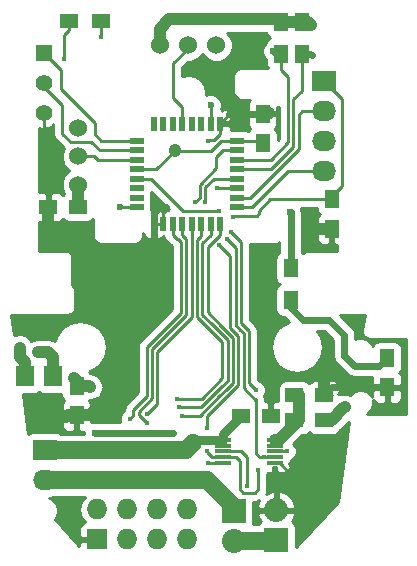
<source format=gbl>
G04 #@! TF.FileFunction,Copper,L2,Bot,Signal*
%FSLAX46Y46*%
G04 Gerber Fmt 4.6, Leading zero omitted, Abs format (unit mm)*
G04 Created by KiCad (PCBNEW (after 2015-mar-04 BZR unknown)-product) date 22/05/2015 04:17:12*
%MOMM*%
G01*
G04 APERTURE LIST*
%ADD10C,0.100000*%
%ADD11R,1.500000X1.250000*%
%ADD12R,2.032000X2.032000*%
%ADD13O,2.032000X2.032000*%
%ADD14R,1.500000X1.300000*%
%ADD15R,1.397000X1.397000*%
%ADD16C,1.397000*%
%ADD17R,1.250000X1.500000*%
%ADD18R,1.727200X1.727200*%
%ADD19O,1.727200X1.727200*%
%ADD20R,2.032000X1.727200*%
%ADD21O,2.032000X1.727200*%
%ADD22R,1.300000X1.500000*%
%ADD23R,1.400000X0.300000*%
%ADD24R,1.549400X1.800860*%
%ADD25R,1.200000X0.600000*%
%ADD26R,0.600000X1.200000*%
%ADD27C,1.524000*%
%ADD28C,0.600000*%
%ADD29C,0.400000*%
%ADD30C,1.000000*%
%ADD31C,0.800000*%
%ADD32C,1.000000*%
%ADD33C,0.250000*%
%ADD34C,0.600000*%
%ADD35C,0.800000*%
%ADD36C,1.500000*%
%ADD37C,0.254000*%
G04 APERTURE END LIST*
D10*
D11*
X156510000Y-90860000D03*
X159010000Y-90860000D03*
D12*
X151360000Y-100610000D03*
D13*
X151360000Y-103150000D03*
D12*
X154960000Y-103110000D03*
D13*
X154960000Y-100570000D03*
D14*
X140160000Y-59160000D03*
X137460000Y-59160000D03*
D15*
X135310000Y-61870000D03*
D16*
X135310000Y-64410000D03*
X135310000Y-66950000D03*
D17*
X138060000Y-90060000D03*
X138060000Y-92560000D03*
D11*
X152010000Y-92610000D03*
X154510000Y-92610000D03*
D18*
X139810000Y-103060000D03*
D19*
X139810000Y-100520000D03*
X142350000Y-103060000D03*
X142350000Y-100520000D03*
X144890000Y-103060000D03*
X144890000Y-100520000D03*
X147430000Y-103060000D03*
X147430000Y-100520000D03*
D11*
X159010000Y-92960000D03*
X156510000Y-92960000D03*
D17*
X159660000Y-74260000D03*
X159660000Y-76760000D03*
X153810000Y-67035000D03*
X153810000Y-69535000D03*
D11*
X135670000Y-74900000D03*
X138170000Y-74900000D03*
D20*
X159010000Y-64260000D03*
D21*
X159010000Y-66800000D03*
X159010000Y-69340000D03*
X159010000Y-71880000D03*
D22*
X155365000Y-59225000D03*
X155365000Y-61925000D03*
X157115000Y-59225000D03*
X157115000Y-61925000D03*
D23*
X154860000Y-94610000D03*
X154860000Y-95110000D03*
X154860000Y-95610000D03*
X154860000Y-96110000D03*
X154860000Y-96610000D03*
X150460000Y-96610000D03*
X150460000Y-96110000D03*
X150460000Y-95610000D03*
X150460000Y-95110000D03*
X150460000Y-94610000D03*
D20*
X135360000Y-95510000D03*
D21*
X135360000Y-98050000D03*
D24*
X136036020Y-89210000D03*
X133683980Y-89210000D03*
D25*
X143160000Y-74910000D03*
X143160000Y-74110000D03*
X143160000Y-73310000D03*
X143160000Y-72510000D03*
X143160000Y-71710000D03*
X143160000Y-70910000D03*
X143160000Y-70110000D03*
X143160000Y-69310000D03*
D26*
X144610000Y-67860000D03*
X145410000Y-67860000D03*
X146210000Y-67860000D03*
X147010000Y-67860000D03*
X147810000Y-67860000D03*
X148610000Y-67860000D03*
X149410000Y-67860000D03*
X150210000Y-67860000D03*
D25*
X151660000Y-69310000D03*
X151660000Y-70110000D03*
X151660000Y-70910000D03*
X151660000Y-71710000D03*
X151660000Y-72510000D03*
X151660000Y-73310000D03*
X151660000Y-74110000D03*
X151660000Y-74910000D03*
D26*
X150210000Y-76360000D03*
X149410000Y-76360000D03*
X148610000Y-76360000D03*
X147810000Y-76360000D03*
X147010000Y-76360000D03*
X146210000Y-76360000D03*
X145410000Y-76360000D03*
X144610000Y-76360000D03*
D27*
X138210000Y-68210000D03*
X138210000Y-70610000D03*
X138210000Y-73010000D03*
X145110000Y-61210000D03*
X147510000Y-61210000D03*
X149910000Y-61210000D03*
D17*
X164360000Y-90180000D03*
X164360000Y-87680000D03*
D22*
X156180000Y-80110000D03*
X156180000Y-82810000D03*
D28*
X142310000Y-85435000D03*
X154335000Y-66960000D03*
D29*
X149185000Y-69335000D03*
X145660000Y-74910000D03*
D28*
X157960000Y-76810000D03*
X136810000Y-78060000D03*
X142310000Y-82060000D03*
D29*
X135710000Y-71660000D03*
D30*
X159560000Y-88760000D03*
D28*
X137160000Y-92710000D03*
D29*
X157060000Y-98410000D03*
D31*
X154610000Y-92610000D03*
D30*
X160760000Y-91860000D03*
D28*
X157890000Y-59480000D03*
X141710000Y-74885000D03*
X146385000Y-70110000D03*
X133260000Y-86810000D03*
X137810000Y-89360000D03*
D29*
X140160000Y-60510000D03*
D28*
X139660000Y-94010000D03*
D29*
X146260000Y-94010000D03*
D31*
X139210000Y-90160000D03*
D29*
X137010000Y-62410000D03*
X149160000Y-96610000D03*
X149110000Y-93610000D03*
X149110000Y-95610000D03*
X150110000Y-78135000D03*
X148110000Y-74510000D03*
X153460000Y-97210000D03*
X150760000Y-77610000D03*
X148960000Y-74510000D03*
X153960000Y-96110000D03*
X149960000Y-73310000D03*
X151160000Y-77060000D03*
X153260000Y-90410000D03*
X155860000Y-95610000D03*
D28*
X134760000Y-87210000D03*
D29*
X150110000Y-75210000D03*
X151310000Y-75760000D03*
D28*
X154720000Y-61720000D03*
X157960000Y-62050000D03*
D29*
X144010000Y-93210000D03*
X146760000Y-91860000D03*
X146560000Y-91160000D03*
X144060000Y-92410000D03*
X147010000Y-92610000D03*
X142560000Y-92860000D03*
X152460000Y-98510000D03*
D28*
X149420000Y-66290000D03*
X156140000Y-75310000D03*
D32*
X156910000Y-90810000D02*
X156910000Y-92910000D01*
D33*
X154860000Y-95110000D02*
X154860000Y-94610000D01*
D32*
X155210000Y-94610000D02*
X156910000Y-92910000D01*
X154860000Y-94610000D02*
X155210000Y-94610000D01*
D34*
X164360000Y-90180000D02*
X159690000Y-90180000D01*
X159690000Y-90180000D02*
X159010000Y-90860000D01*
D32*
X136810000Y-78060000D02*
X136360000Y-78060000D01*
X135670000Y-77370000D02*
X135670000Y-74900000D01*
X136360000Y-78060000D02*
X135670000Y-77370000D01*
D33*
X159010000Y-90860000D02*
X159710000Y-90860000D01*
D32*
X154335000Y-66960000D02*
X154260000Y-67035000D01*
X154260000Y-67035000D02*
X153810000Y-67035000D01*
D34*
X145660000Y-74910000D02*
X145135000Y-74910000D01*
X144610000Y-75435000D02*
X144610000Y-76360000D01*
X145135000Y-74910000D02*
X144610000Y-75435000D01*
X142310000Y-82060000D02*
X143510000Y-82060000D01*
X143510000Y-82060000D02*
X144610000Y-80960000D01*
X144610000Y-80960000D02*
X144610000Y-76360000D01*
D33*
X154160000Y-67035000D02*
X153810000Y-67035000D01*
X145410000Y-76360000D02*
X145410000Y-75160000D01*
X150210000Y-68723602D02*
X150210000Y-67860000D01*
X149704301Y-69229301D02*
X150210000Y-68723602D01*
X149290699Y-69229301D02*
X149704301Y-69229301D01*
X149185000Y-69335000D02*
X149290699Y-69229301D01*
X145410000Y-75160000D02*
X145660000Y-74910000D01*
X144610000Y-76360000D02*
X145410000Y-76360000D01*
X151010000Y-67035000D02*
X151010000Y-67060000D01*
X151010000Y-67060000D02*
X150210000Y-67860000D01*
D34*
X153810000Y-67035000D02*
X151010000Y-67035000D01*
D32*
X159660000Y-76760000D02*
X158460000Y-76760000D01*
X158410000Y-76810000D02*
X157960000Y-76810000D01*
X158460000Y-76760000D02*
X158410000Y-76810000D01*
X138710000Y-82060000D02*
X142310000Y-82060000D01*
X138110000Y-81460000D02*
X138710000Y-82060000D01*
X138110000Y-78810000D02*
X138110000Y-81460000D01*
X137410000Y-78110000D02*
X138110000Y-78810000D01*
X136860000Y-78110000D02*
X137410000Y-78110000D01*
X136810000Y-78060000D02*
X136860000Y-78110000D01*
X138060000Y-92560000D02*
X139210000Y-92560000D01*
X139210000Y-92560000D02*
X142310000Y-89460000D01*
X142310000Y-87310000D02*
X142310000Y-85435000D01*
X142310000Y-89460000D02*
X142310000Y-87310000D01*
X142310000Y-85435000D02*
X142310000Y-83185000D01*
X142310000Y-83185000D02*
X142310000Y-82060000D01*
D33*
X135310000Y-66950000D02*
X135310000Y-71210000D01*
X135710000Y-71610000D02*
X135710000Y-71660000D01*
X135310000Y-71210000D02*
X135710000Y-71610000D01*
D32*
X159010000Y-89310000D02*
X159010000Y-90860000D01*
X159560000Y-88760000D02*
X159010000Y-89310000D01*
X137310000Y-92560000D02*
X137160000Y-92710000D01*
X138060000Y-92560000D02*
X137310000Y-92560000D01*
D33*
X155260000Y-96610000D02*
X157060000Y-98410000D01*
X154860000Y-96610000D02*
X155260000Y-96610000D01*
D34*
X154610000Y-92610000D02*
X154510000Y-92610000D01*
D33*
X150460000Y-95110000D02*
X150460000Y-94610000D01*
D35*
X150460000Y-94160000D02*
X152010000Y-92610000D01*
X150460000Y-94610000D02*
X150460000Y-94160000D01*
X148260000Y-94610000D02*
X147960000Y-94910000D01*
D36*
X147360000Y-95510000D02*
X135360000Y-95510000D01*
X147360000Y-95510000D02*
X147960000Y-94910000D01*
D35*
X150460000Y-94610000D02*
X148260000Y-94610000D01*
D32*
X159660000Y-92960000D02*
X159010000Y-92960000D01*
X160660000Y-91960000D02*
X159660000Y-92960000D01*
X160660000Y-91960000D02*
X160760000Y-91860000D01*
D36*
X149100000Y-98050000D02*
X135360000Y-98050000D01*
X151360000Y-100310000D02*
X149100000Y-98050000D01*
X151360000Y-100610000D02*
X151360000Y-100310000D01*
X154920000Y-103150000D02*
X154960000Y-103110000D01*
X151360000Y-103150000D02*
X154920000Y-103150000D01*
D32*
X157115000Y-59225000D02*
X157625000Y-59225000D01*
X157625000Y-59225000D02*
X157880000Y-59480000D01*
X157880000Y-59480000D02*
X157890000Y-59480000D01*
X155150000Y-59010000D02*
X145910000Y-59010000D01*
X145110000Y-59810000D02*
X145110000Y-61210000D01*
X145910000Y-59010000D02*
X145110000Y-59810000D01*
X155150000Y-59010000D02*
X155365000Y-59225000D01*
X155365000Y-59225000D02*
X157115000Y-59225000D01*
X138210000Y-73010000D02*
X138210000Y-74860000D01*
X138210000Y-74860000D02*
X138170000Y-74900000D01*
D33*
X141735000Y-74910000D02*
X143160000Y-74910000D01*
X141710000Y-74885000D02*
X141735000Y-74910000D01*
D32*
X146385000Y-70110000D02*
X146360000Y-70135000D01*
D33*
X143160000Y-71710000D02*
X144785000Y-71710000D01*
X144785000Y-71710000D02*
X146360000Y-70135000D01*
X150260000Y-69310000D02*
X151660000Y-69310000D01*
X149435000Y-70135000D02*
X150260000Y-69310000D01*
X146360000Y-70135000D02*
X149435000Y-70135000D01*
X151660000Y-69310000D02*
X153585000Y-69310000D01*
X153585000Y-69310000D02*
X153810000Y-69535000D01*
D32*
X133683980Y-89210000D02*
X133683980Y-88033980D01*
X133260000Y-87610000D02*
X133260000Y-86810000D01*
X133683980Y-88033980D02*
X133260000Y-87610000D01*
X137810000Y-89360000D02*
X138060000Y-89610000D01*
X138060000Y-89610000D02*
X138060000Y-90060000D01*
D33*
X140160000Y-59160000D02*
X140160000Y-60510000D01*
D32*
X138060000Y-90060000D02*
X138510000Y-90060000D01*
D34*
X146260000Y-94010000D02*
X139660000Y-94010000D01*
D32*
X139210000Y-90160000D02*
X139110000Y-90060000D01*
X139110000Y-90060000D02*
X138060000Y-90060000D01*
X133760180Y-89210000D02*
X133560000Y-89210000D01*
D33*
X137460000Y-59910000D02*
X137460000Y-59160000D01*
X137010000Y-60360000D02*
X137460000Y-59910000D01*
X137010000Y-62410000D02*
X137010000Y-60360000D01*
X135310000Y-64410000D02*
X135310000Y-64760000D01*
X135310000Y-64760000D02*
X136860000Y-66310000D01*
X140010000Y-70110000D02*
X143160000Y-70110000D01*
X139310000Y-69410000D02*
X140010000Y-70110000D01*
X137560000Y-69410000D02*
X139310000Y-69410000D01*
X136860000Y-68710000D02*
X137560000Y-69410000D01*
X136860000Y-66310000D02*
X136860000Y-68710000D01*
X135310000Y-64410000D02*
X135660000Y-64410000D01*
X136760000Y-64410000D02*
X136760000Y-63320000D01*
X140160000Y-69310000D02*
X139610000Y-68760000D01*
X139610000Y-68760000D02*
X139610000Y-67810000D01*
X139610000Y-67810000D02*
X136760000Y-64960000D01*
X136760000Y-64960000D02*
X136760000Y-64410000D01*
X143160000Y-69310000D02*
X140160000Y-69310000D01*
X136760000Y-63320000D02*
X135310000Y-61870000D01*
X149260000Y-96610000D02*
X149160000Y-96610000D01*
X150460000Y-96610000D02*
X149260000Y-96610000D01*
X151660000Y-70110000D02*
X150435000Y-70110000D01*
X151221398Y-90521398D02*
X151760006Y-89982790D01*
X149110000Y-93610000D02*
X149110000Y-92619194D01*
X149110000Y-92619194D02*
X149123602Y-92619194D01*
X149123602Y-92619194D02*
X151221398Y-90521398D01*
X149560000Y-96110000D02*
X149110000Y-95660000D01*
X149110000Y-95660000D02*
X149110000Y-95610000D01*
X149560000Y-96110000D02*
X150460000Y-96110000D01*
X151760006Y-89982790D02*
X151760006Y-88410000D01*
X151760006Y-88410000D02*
X151760006Y-85800810D01*
X151075992Y-85116796D02*
X151760006Y-85800810D01*
X151075992Y-79100992D02*
X151075992Y-85116796D01*
X150110000Y-78135000D02*
X151075992Y-79100992D01*
X148509998Y-74110002D02*
X148110000Y-74510000D01*
X148509998Y-73023604D02*
X148509998Y-74110002D01*
X149885000Y-71648602D02*
X148509998Y-73023604D01*
X149885000Y-70660000D02*
X149885000Y-71648602D01*
X150435000Y-70110000D02*
X149885000Y-70660000D01*
X151560000Y-96110000D02*
X151860000Y-96410000D01*
X151860000Y-96410000D02*
X151860000Y-98810000D01*
X151860000Y-98810000D02*
X152160000Y-99110000D01*
X152160000Y-99110000D02*
X153160000Y-99110000D01*
X153160000Y-99110000D02*
X153460000Y-98810000D01*
X153460000Y-98810000D02*
X153460000Y-97210000D01*
X150460000Y-96110000D02*
X151560000Y-96110000D01*
X152210008Y-85614414D02*
X151920297Y-85324703D01*
X152210008Y-88660000D02*
X152210008Y-85614414D01*
X151525994Y-84930400D02*
X151920297Y-85324703D01*
X149660000Y-72510000D02*
X151660000Y-72510000D01*
X151525994Y-78375994D02*
X151525994Y-83460000D01*
X150760000Y-77610000D02*
X151525994Y-78375994D01*
X148960000Y-73210000D02*
X148960000Y-74510000D01*
X149660000Y-72510000D02*
X148960000Y-73210000D01*
X151525994Y-83460000D02*
X151525994Y-84930400D01*
X153260000Y-91310000D02*
X152210008Y-90260008D01*
X152210008Y-90260008D02*
X152210008Y-88660000D01*
X152210008Y-88660000D02*
X152210008Y-88610000D01*
X154860000Y-96110000D02*
X153960000Y-96110000D01*
X154860000Y-96110000D02*
X153560000Y-96110000D01*
X153260000Y-95810000D02*
X153260000Y-91310000D01*
X153560000Y-96110000D02*
X153260000Y-95810000D01*
X153260000Y-91310000D02*
X153260000Y-91210000D01*
X151975996Y-84744004D02*
X151975996Y-77875996D01*
X149960000Y-73310000D02*
X151660000Y-73310000D01*
X151975996Y-77875996D02*
X151160000Y-77060000D01*
X152660010Y-88710000D02*
X152660010Y-85428018D01*
X153260000Y-90410000D02*
X152660010Y-89810010D01*
X152660010Y-89810010D02*
X152660010Y-88710000D01*
X152660010Y-85428018D02*
X151975996Y-84744004D01*
X154860000Y-95610000D02*
X155860000Y-95610000D01*
D32*
X136036020Y-87586020D02*
X136036020Y-89210000D01*
X135660000Y-87210000D02*
X136036020Y-87586020D01*
X134760000Y-87210000D02*
X135660000Y-87210000D01*
D33*
X153510000Y-75460000D02*
X153510000Y-75210000D01*
X144360000Y-72510000D02*
X144710000Y-72860000D01*
X144710000Y-72860000D02*
X144710000Y-72860000D01*
X144710000Y-72860000D02*
X147060000Y-75210000D01*
X147060000Y-75210000D02*
X150110000Y-75210000D01*
X151310000Y-75760000D02*
X151410000Y-75660000D01*
X151410000Y-75660000D02*
X153310000Y-75660000D01*
X153310000Y-75660000D02*
X153510000Y-75460000D01*
X143160000Y-72510000D02*
X144360000Y-72510000D01*
X154460000Y-74260000D02*
X159660000Y-74260000D01*
X153510000Y-75210000D02*
X154460000Y-74260000D01*
X159660000Y-74260000D02*
X159660000Y-74010000D01*
X159660000Y-74010000D02*
X160510000Y-73160000D01*
X160510000Y-73160000D02*
X160510000Y-72660000D01*
X159510000Y-74260000D02*
X159560000Y-74210000D01*
X159560000Y-74210000D02*
X159660000Y-74210000D01*
X160510000Y-72660000D02*
X160510000Y-65760000D01*
X160510000Y-65760000D02*
X159010000Y-64260000D01*
X151660000Y-74110000D02*
X152760000Y-74110000D01*
X157170002Y-66800000D02*
X156860002Y-67110000D01*
X156860002Y-67110000D02*
X156860002Y-69346396D01*
X157170002Y-66800000D02*
X159010000Y-66800000D01*
X156860002Y-70009998D02*
X156860002Y-69346396D01*
X152760000Y-74110000D02*
X156860002Y-70009998D01*
X151660000Y-74910000D02*
X152910000Y-74910000D01*
X155940000Y-71880000D02*
X159010000Y-71880000D01*
X152910000Y-74910000D02*
X155940000Y-71880000D01*
X155959998Y-64260000D02*
X155959998Y-63939998D01*
X155365000Y-63345000D02*
X155365000Y-61925000D01*
X155959998Y-63939998D02*
X155365000Y-63345000D01*
D34*
X154720000Y-61720000D02*
X154925000Y-61925000D01*
X154925000Y-61925000D02*
X155365000Y-61925000D01*
D33*
X151660000Y-70910000D02*
X154490000Y-70910000D01*
X155959998Y-69440002D02*
X155959998Y-64260000D01*
X155959998Y-64260000D02*
X155959998Y-64259998D01*
X154490000Y-70910000D02*
X155959998Y-69440002D01*
X154523602Y-71710000D02*
X156410000Y-69823602D01*
X151660000Y-71710000D02*
X154523602Y-71710000D01*
X157115000Y-65105000D02*
X156410000Y-65810000D01*
X156410000Y-65810000D02*
X156410000Y-69430000D01*
X157115000Y-65105000D02*
X157115000Y-61925000D01*
X156410000Y-69823602D02*
X156410000Y-69430000D01*
D34*
X157115000Y-61925000D02*
X157835000Y-61925000D01*
X157835000Y-61925000D02*
X157960000Y-62050000D01*
D33*
X147510000Y-61210000D02*
X147510000Y-61510000D01*
X147510000Y-61510000D02*
X146260000Y-62760000D01*
X146260000Y-62760000D02*
X146260000Y-65710000D01*
X146260000Y-65710000D02*
X147010000Y-66460000D01*
X147010000Y-66460000D02*
X147010000Y-67860000D01*
X144010000Y-93210000D02*
X143310000Y-92510000D01*
X147010000Y-77310000D02*
X147010000Y-76360000D01*
X147359998Y-77659998D02*
X147010000Y-77310000D01*
X147359998Y-84073604D02*
X147359998Y-77659998D01*
X144459998Y-86973604D02*
X147359998Y-84073604D01*
X144459998Y-91110002D02*
X144459998Y-86973604D01*
X143310000Y-92260000D02*
X144459998Y-91110002D01*
X143310000Y-92510000D02*
X143310000Y-92260000D01*
X149528200Y-84841800D02*
X148710004Y-84023604D01*
X150860002Y-86173602D02*
X149528200Y-84841800D01*
X150860002Y-86760000D02*
X150860002Y-88760000D01*
X150860002Y-89609998D02*
X150860002Y-88760000D01*
X150353199Y-90103199D02*
X150360000Y-90110000D01*
X148596398Y-91860000D02*
X150353199Y-90103199D01*
X147060002Y-91860000D02*
X148596398Y-91860000D01*
X146760002Y-91860000D02*
X147060002Y-91860000D01*
X146760000Y-91860000D02*
X146760002Y-91860000D01*
X150360000Y-90110000D02*
X150860002Y-89609998D01*
X150860002Y-86760000D02*
X150860002Y-86173602D01*
X149410000Y-77260000D02*
X149410000Y-76360000D01*
X148710004Y-77959996D02*
X149410000Y-77260000D01*
X148710004Y-78009996D02*
X148710004Y-77959996D01*
X148710004Y-78059996D02*
X148710004Y-78009996D01*
X148710004Y-84023604D02*
X148710004Y-78059996D01*
X148610000Y-77360000D02*
X148610000Y-76360000D01*
X148260002Y-77709998D02*
X148610000Y-77360000D01*
X148260002Y-84210000D02*
X148260002Y-77709998D01*
X150410000Y-86359998D02*
X148260002Y-84210000D01*
X150410000Y-89410000D02*
X150410000Y-86359998D01*
X148660000Y-91160000D02*
X150410000Y-89410000D01*
X146560000Y-91160000D02*
X148660000Y-91160000D01*
X144910000Y-87610000D02*
X144910000Y-87160000D01*
X144910000Y-91560000D02*
X144910000Y-87610000D01*
X144060000Y-92410000D02*
X144910000Y-91560000D01*
X147810000Y-84260000D02*
X147810000Y-76360000D01*
X144910000Y-87160000D02*
X147810000Y-84260000D01*
X150210000Y-76360000D02*
X150210000Y-77260000D01*
X149160006Y-83837208D02*
X149160006Y-78309994D01*
X149160006Y-78309994D02*
X150210000Y-77260000D01*
X149160006Y-83837208D02*
X150271399Y-84948601D01*
X150703199Y-90403199D02*
X151310004Y-89796394D01*
X151310004Y-85987206D02*
X150271399Y-84948601D01*
X150271399Y-84948601D02*
X150246399Y-84923601D01*
X151310004Y-89796394D02*
X151310004Y-85987206D01*
X148482796Y-92610000D02*
X150221398Y-90871398D01*
X147010000Y-92610000D02*
X148482796Y-92610000D01*
X150235000Y-90871398D02*
X150703199Y-90403199D01*
X150703199Y-90403199D02*
X150728199Y-90378199D01*
X150221398Y-90871398D02*
X150235000Y-90871398D01*
X146210000Y-77260000D02*
X146210000Y-76360000D01*
X146560000Y-77610000D02*
X146210000Y-77260000D01*
X146673602Y-77610000D02*
X146560000Y-77610000D01*
X146909996Y-77846394D02*
X146673602Y-77610000D01*
X146909996Y-83887208D02*
X146909996Y-77846394D01*
X144009996Y-86787208D02*
X146909996Y-83887208D01*
X144009996Y-90923606D02*
X144009996Y-86787208D01*
X142859998Y-92073604D02*
X144009996Y-90923606D01*
X142859998Y-92560002D02*
X142859998Y-92073604D01*
X142560000Y-92860000D02*
X142859998Y-92560002D01*
X143160000Y-70910000D02*
X139860000Y-70910000D01*
X139560000Y-70610000D02*
X138210000Y-70610000D01*
X139860000Y-70910000D02*
X139560000Y-70610000D01*
X151960000Y-95610000D02*
X152460000Y-96110000D01*
X152460000Y-96110000D02*
X152460000Y-98510000D01*
X150460000Y-95610000D02*
X151960000Y-95610000D01*
X149410000Y-66300000D02*
X149420000Y-66290000D01*
X149410000Y-67860000D02*
X149410000Y-66300000D01*
D34*
X156180000Y-75350000D02*
X156180000Y-80110000D01*
X156140000Y-75310000D02*
X156180000Y-75350000D01*
D33*
X156135000Y-79885000D02*
X156135000Y-80285000D01*
D34*
X156180000Y-82810000D02*
X156180000Y-83440000D01*
X156180000Y-83440000D02*
X157200000Y-84460000D01*
X157200000Y-84460000D02*
X159430000Y-84460000D01*
X159430000Y-84460000D02*
X160740000Y-85770000D01*
X160740000Y-85770000D02*
X160740000Y-87510000D01*
X160740000Y-87510000D02*
X161610000Y-88380000D01*
X161610000Y-88380000D02*
X163660000Y-88380000D01*
X163660000Y-88380000D02*
X164360000Y-87680000D01*
D33*
X156135000Y-82785000D02*
X156135000Y-83010000D01*
X164010000Y-87660000D02*
X164460000Y-87660000D01*
D37*
G36*
X135503747Y-66964142D02*
X135324142Y-67143747D01*
X135310000Y-67129605D01*
X135295857Y-67143747D01*
X135116252Y-66964142D01*
X135130395Y-66950000D01*
X135116252Y-66935857D01*
X135295857Y-66756252D01*
X135310000Y-66770395D01*
X135324142Y-66756252D01*
X135503747Y-66935857D01*
X135489605Y-66950000D01*
X135503747Y-66964142D01*
X135503747Y-66964142D01*
G37*
X135503747Y-66964142D02*
X135324142Y-67143747D01*
X135310000Y-67129605D01*
X135295857Y-67143747D01*
X135116252Y-66964142D01*
X135130395Y-66950000D01*
X135116252Y-66935857D01*
X135295857Y-66756252D01*
X135310000Y-66770395D01*
X135324142Y-66756252D01*
X135503747Y-66935857D01*
X135489605Y-66950000D01*
X135503747Y-66964142D01*
G36*
X139957000Y-103187000D02*
X139937000Y-103187000D01*
X139937000Y-103207000D01*
X139683000Y-103207000D01*
X139683000Y-103187000D01*
X138470150Y-103187000D01*
X138311400Y-103345750D01*
X138311400Y-103600634D01*
X136204616Y-101361893D01*
X136328423Y-101238303D01*
X136502801Y-100818354D01*
X136503198Y-100363641D01*
X136329554Y-99943388D01*
X136008303Y-99621577D01*
X135739338Y-99509893D01*
X136115851Y-99435000D01*
X138747637Y-99435000D01*
X138425474Y-99917152D01*
X138311400Y-100490641D01*
X138311400Y-100549359D01*
X138425474Y-101122848D01*
X138740526Y-101594356D01*
X138586701Y-101658073D01*
X138408073Y-101836702D01*
X138311400Y-102070091D01*
X138311400Y-102774250D01*
X138470150Y-102933000D01*
X139683000Y-102933000D01*
X139683000Y-102913000D01*
X139937000Y-102913000D01*
X139937000Y-102933000D01*
X139957000Y-102933000D01*
X139957000Y-103187000D01*
X139957000Y-103187000D01*
G37*
X139957000Y-103187000D02*
X139937000Y-103187000D01*
X139937000Y-103207000D01*
X139683000Y-103207000D01*
X139683000Y-103187000D01*
X138470150Y-103187000D01*
X138311400Y-103345750D01*
X138311400Y-103600634D01*
X136204616Y-101361893D01*
X136328423Y-101238303D01*
X136502801Y-100818354D01*
X136503198Y-100363641D01*
X136329554Y-99943388D01*
X136008303Y-99621577D01*
X135739338Y-99509893D01*
X136115851Y-99435000D01*
X138747637Y-99435000D01*
X138425474Y-99917152D01*
X138311400Y-100490641D01*
X138311400Y-100549359D01*
X138425474Y-101122848D01*
X138740526Y-101594356D01*
X138586701Y-101658073D01*
X138408073Y-101836702D01*
X138311400Y-102070091D01*
X138311400Y-102774250D01*
X138470150Y-102933000D01*
X139683000Y-102933000D01*
X139683000Y-102913000D01*
X139937000Y-102913000D01*
X139937000Y-102933000D01*
X139957000Y-102933000D01*
X139957000Y-103187000D01*
G36*
X144757000Y-76487000D02*
X144737000Y-76487000D01*
X144633750Y-76487000D01*
X144483000Y-76637750D01*
X144483000Y-76487000D01*
X144463000Y-76487000D01*
X144463000Y-76233000D01*
X144483000Y-76233000D01*
X144483000Y-76082250D01*
X144633750Y-76233000D01*
X144737000Y-76233000D01*
X144757000Y-76233000D01*
X144757000Y-76487000D01*
X144757000Y-76487000D01*
G37*
X144757000Y-76487000D02*
X144737000Y-76487000D01*
X144633750Y-76487000D01*
X144483000Y-76637750D01*
X144483000Y-76487000D01*
X144463000Y-76487000D01*
X144463000Y-76233000D01*
X144483000Y-76233000D01*
X144483000Y-76082250D01*
X144633750Y-76233000D01*
X144737000Y-76233000D01*
X144757000Y-76233000D01*
X144757000Y-76487000D01*
G36*
X145891372Y-75116174D02*
X145839363Y-75126264D01*
X145836310Y-75125000D01*
X145695750Y-75125000D01*
X145648454Y-75172295D01*
X145455073Y-75299327D01*
X145411662Y-75363637D01*
X145269699Y-75221673D01*
X145186433Y-75187183D01*
X145124250Y-75125000D01*
X145036310Y-75125000D01*
X144983690Y-75125000D01*
X144895750Y-75125000D01*
X144833566Y-75187183D01*
X144750301Y-75221673D01*
X144571673Y-75400302D01*
X144483000Y-75614377D01*
X144483000Y-75283750D01*
X144407440Y-75208190D01*
X144407440Y-75125000D01*
X144407440Y-74610000D01*
X144387717Y-74508347D01*
X144407440Y-74410000D01*
X144407440Y-73810000D01*
X144387717Y-73708347D01*
X144403724Y-73628526D01*
X145891372Y-75116174D01*
X145891372Y-75116174D01*
G37*
X145891372Y-75116174D02*
X145839363Y-75126264D01*
X145836310Y-75125000D01*
X145695750Y-75125000D01*
X145648454Y-75172295D01*
X145455073Y-75299327D01*
X145411662Y-75363637D01*
X145269699Y-75221673D01*
X145186433Y-75187183D01*
X145124250Y-75125000D01*
X145036310Y-75125000D01*
X144983690Y-75125000D01*
X144895750Y-75125000D01*
X144833566Y-75187183D01*
X144750301Y-75221673D01*
X144571673Y-75400302D01*
X144483000Y-75614377D01*
X144483000Y-75283750D01*
X144407440Y-75208190D01*
X144407440Y-75125000D01*
X144407440Y-74610000D01*
X144387717Y-74508347D01*
X144407440Y-74410000D01*
X144407440Y-73810000D01*
X144387717Y-73708347D01*
X144403724Y-73628526D01*
X145891372Y-75116174D01*
G36*
X146149996Y-83572406D02*
X143472595Y-86249807D01*
X143307848Y-86496369D01*
X143249996Y-86787208D01*
X143249996Y-90608804D01*
X142322597Y-91536203D01*
X142157850Y-91782765D01*
X142099998Y-92073604D01*
X142099998Y-92146596D01*
X142087628Y-92151708D01*
X141852534Y-92386393D01*
X141725145Y-92693179D01*
X141724855Y-93025363D01*
X141745364Y-93075000D01*
X139660816Y-93075000D01*
X139474833Y-93074838D01*
X139320000Y-93138813D01*
X139320000Y-92845750D01*
X139161250Y-92687000D01*
X138187000Y-92687000D01*
X138187000Y-93786250D01*
X138345750Y-93945000D01*
X138558691Y-93945000D01*
X138725055Y-93945000D01*
X138724899Y-94125000D01*
X137933000Y-94125000D01*
X137933000Y-93786250D01*
X137933000Y-92687000D01*
X136958750Y-92687000D01*
X136800000Y-92845750D01*
X136800000Y-93436309D01*
X136896673Y-93669698D01*
X137075301Y-93848327D01*
X137308690Y-93945000D01*
X137561309Y-93945000D01*
X137774250Y-93945000D01*
X137933000Y-93786250D01*
X137933000Y-94125000D01*
X136738196Y-94125000D01*
X136625640Y-94049023D01*
X136376000Y-93998960D01*
X134344000Y-93998960D01*
X134101877Y-94045937D01*
X133994328Y-94116585D01*
X133510513Y-90757870D01*
X134458680Y-90757870D01*
X134700803Y-90710893D01*
X134860672Y-90605875D01*
X135011680Y-90707807D01*
X135261320Y-90757870D01*
X136787560Y-90757870D01*
X136787560Y-90810000D01*
X136834537Y-91052123D01*
X136974327Y-91264927D01*
X137038637Y-91308337D01*
X136896673Y-91450302D01*
X136800000Y-91683691D01*
X136800000Y-92274250D01*
X136958750Y-92433000D01*
X137933000Y-92433000D01*
X137933000Y-92413000D01*
X138187000Y-92413000D01*
X138187000Y-92433000D01*
X139161250Y-92433000D01*
X139320000Y-92274250D01*
X139320000Y-91683691D01*
X139223327Y-91450302D01*
X139081849Y-91308823D01*
X139127789Y-91278646D01*
X139210000Y-91294999D01*
X139644345Y-91208603D01*
X140012566Y-90962566D01*
X140258603Y-90594345D01*
X140344999Y-90160000D01*
X140258603Y-89725654D01*
X140012566Y-89357434D01*
X139912566Y-89257434D01*
X139544346Y-89011397D01*
X139203873Y-88943672D01*
X139145673Y-88855073D01*
X139135882Y-88848464D01*
X139242571Y-88827243D01*
X139964413Y-88344924D01*
X140446732Y-87623082D01*
X140616100Y-86771611D01*
X140446732Y-85920140D01*
X139964413Y-85198298D01*
X139242571Y-84715979D01*
X138391100Y-84546611D01*
X137539629Y-84715979D01*
X136817787Y-85198298D01*
X136335468Y-85920140D01*
X136264821Y-86275305D01*
X136094346Y-86161397D01*
X135660000Y-86075000D01*
X134760000Y-86075000D01*
X134325654Y-86161397D01*
X134214892Y-86235405D01*
X134062566Y-86007434D01*
X133694346Y-85761397D01*
X133260000Y-85675000D01*
X132825654Y-85761397D01*
X132793845Y-85782651D01*
X132550125Y-84090716D01*
X137283723Y-84064990D01*
X137412882Y-84038567D01*
X137542138Y-84012857D01*
X137543714Y-84011803D01*
X137545574Y-84011423D01*
X137654794Y-83937582D01*
X137764368Y-83864368D01*
X137765421Y-83862790D01*
X137766994Y-83861728D01*
X137839683Y-83751649D01*
X137912857Y-83642138D01*
X137913226Y-83640279D01*
X137914273Y-83638695D01*
X137939299Y-83509205D01*
X137965000Y-83380000D01*
X137965000Y-79310000D01*
X137912857Y-79047862D01*
X137764368Y-78825632D01*
X137542138Y-78677143D01*
X137280000Y-78625000D01*
X134895000Y-78625000D01*
X134895000Y-76160000D01*
X135384250Y-76160000D01*
X135543000Y-76001250D01*
X135543000Y-75027000D01*
X135523000Y-75027000D01*
X135523000Y-74773000D01*
X135543000Y-74773000D01*
X135543000Y-73798750D01*
X135384250Y-73640000D01*
X134895000Y-73640000D01*
X134895000Y-68217621D01*
X135117480Y-68295927D01*
X135647199Y-68267148D01*
X136002929Y-68119800D01*
X136064582Y-67884190D01*
X136100000Y-67919608D01*
X136100000Y-68710000D01*
X136157852Y-69000839D01*
X136322599Y-69247401D01*
X136987188Y-69911991D01*
X136813243Y-70330900D01*
X136812758Y-70886661D01*
X137024990Y-71400303D01*
X137417630Y-71793629D01*
X137456517Y-71809776D01*
X137419697Y-71824990D01*
X137026371Y-72217630D01*
X136813243Y-72730900D01*
X136812758Y-73286661D01*
X137016756Y-73780376D01*
X136965073Y-73814327D01*
X136921662Y-73878637D01*
X136779698Y-73736673D01*
X136546309Y-73640000D01*
X135955750Y-73640000D01*
X135797000Y-73798750D01*
X135797000Y-74773000D01*
X135817000Y-74773000D01*
X135817000Y-75027000D01*
X135797000Y-75027000D01*
X135797000Y-76001250D01*
X135955750Y-76160000D01*
X136546309Y-76160000D01*
X136779698Y-76063327D01*
X136921176Y-75921849D01*
X136959327Y-75979927D01*
X137170360Y-76122377D01*
X137420000Y-76172440D01*
X138920000Y-76172440D01*
X139162123Y-76125463D01*
X139374927Y-75985673D01*
X139423900Y-75913121D01*
X139423900Y-77333600D01*
X139476043Y-77595738D01*
X139624532Y-77817968D01*
X139846762Y-77966457D01*
X140108900Y-78018600D01*
X143008900Y-78018600D01*
X143271038Y-77966457D01*
X143493268Y-77817968D01*
X143641757Y-77595738D01*
X143693900Y-77333600D01*
X143693900Y-77131937D01*
X143771673Y-77319698D01*
X143950301Y-77498327D01*
X144183690Y-77595000D01*
X144324250Y-77595000D01*
X144483000Y-77436250D01*
X144483000Y-77105622D01*
X144571673Y-77319698D01*
X144750301Y-77498327D01*
X144833566Y-77532816D01*
X144895750Y-77595000D01*
X144983690Y-77595000D01*
X145036310Y-77595000D01*
X145124250Y-77595000D01*
X145186433Y-77532816D01*
X145269699Y-77498327D01*
X145411175Y-77356849D01*
X145449327Y-77414927D01*
X145485701Y-77439479D01*
X145507852Y-77550839D01*
X145672599Y-77797401D01*
X146022599Y-78147401D01*
X146149996Y-78232524D01*
X146149996Y-83572406D01*
X146149996Y-83572406D01*
G37*
X146149996Y-83572406D02*
X143472595Y-86249807D01*
X143307848Y-86496369D01*
X143249996Y-86787208D01*
X143249996Y-90608804D01*
X142322597Y-91536203D01*
X142157850Y-91782765D01*
X142099998Y-92073604D01*
X142099998Y-92146596D01*
X142087628Y-92151708D01*
X141852534Y-92386393D01*
X141725145Y-92693179D01*
X141724855Y-93025363D01*
X141745364Y-93075000D01*
X139660816Y-93075000D01*
X139474833Y-93074838D01*
X139320000Y-93138813D01*
X139320000Y-92845750D01*
X139161250Y-92687000D01*
X138187000Y-92687000D01*
X138187000Y-93786250D01*
X138345750Y-93945000D01*
X138558691Y-93945000D01*
X138725055Y-93945000D01*
X138724899Y-94125000D01*
X137933000Y-94125000D01*
X137933000Y-93786250D01*
X137933000Y-92687000D01*
X136958750Y-92687000D01*
X136800000Y-92845750D01*
X136800000Y-93436309D01*
X136896673Y-93669698D01*
X137075301Y-93848327D01*
X137308690Y-93945000D01*
X137561309Y-93945000D01*
X137774250Y-93945000D01*
X137933000Y-93786250D01*
X137933000Y-94125000D01*
X136738196Y-94125000D01*
X136625640Y-94049023D01*
X136376000Y-93998960D01*
X134344000Y-93998960D01*
X134101877Y-94045937D01*
X133994328Y-94116585D01*
X133510513Y-90757870D01*
X134458680Y-90757870D01*
X134700803Y-90710893D01*
X134860672Y-90605875D01*
X135011680Y-90707807D01*
X135261320Y-90757870D01*
X136787560Y-90757870D01*
X136787560Y-90810000D01*
X136834537Y-91052123D01*
X136974327Y-91264927D01*
X137038637Y-91308337D01*
X136896673Y-91450302D01*
X136800000Y-91683691D01*
X136800000Y-92274250D01*
X136958750Y-92433000D01*
X137933000Y-92433000D01*
X137933000Y-92413000D01*
X138187000Y-92413000D01*
X138187000Y-92433000D01*
X139161250Y-92433000D01*
X139320000Y-92274250D01*
X139320000Y-91683691D01*
X139223327Y-91450302D01*
X139081849Y-91308823D01*
X139127789Y-91278646D01*
X139210000Y-91294999D01*
X139644345Y-91208603D01*
X140012566Y-90962566D01*
X140258603Y-90594345D01*
X140344999Y-90160000D01*
X140258603Y-89725654D01*
X140012566Y-89357434D01*
X139912566Y-89257434D01*
X139544346Y-89011397D01*
X139203873Y-88943672D01*
X139145673Y-88855073D01*
X139135882Y-88848464D01*
X139242571Y-88827243D01*
X139964413Y-88344924D01*
X140446732Y-87623082D01*
X140616100Y-86771611D01*
X140446732Y-85920140D01*
X139964413Y-85198298D01*
X139242571Y-84715979D01*
X138391100Y-84546611D01*
X137539629Y-84715979D01*
X136817787Y-85198298D01*
X136335468Y-85920140D01*
X136264821Y-86275305D01*
X136094346Y-86161397D01*
X135660000Y-86075000D01*
X134760000Y-86075000D01*
X134325654Y-86161397D01*
X134214892Y-86235405D01*
X134062566Y-86007434D01*
X133694346Y-85761397D01*
X133260000Y-85675000D01*
X132825654Y-85761397D01*
X132793845Y-85782651D01*
X132550125Y-84090716D01*
X137283723Y-84064990D01*
X137412882Y-84038567D01*
X137542138Y-84012857D01*
X137543714Y-84011803D01*
X137545574Y-84011423D01*
X137654794Y-83937582D01*
X137764368Y-83864368D01*
X137765421Y-83862790D01*
X137766994Y-83861728D01*
X137839683Y-83751649D01*
X137912857Y-83642138D01*
X137913226Y-83640279D01*
X137914273Y-83638695D01*
X137939299Y-83509205D01*
X137965000Y-83380000D01*
X137965000Y-79310000D01*
X137912857Y-79047862D01*
X137764368Y-78825632D01*
X137542138Y-78677143D01*
X137280000Y-78625000D01*
X134895000Y-78625000D01*
X134895000Y-76160000D01*
X135384250Y-76160000D01*
X135543000Y-76001250D01*
X135543000Y-75027000D01*
X135523000Y-75027000D01*
X135523000Y-74773000D01*
X135543000Y-74773000D01*
X135543000Y-73798750D01*
X135384250Y-73640000D01*
X134895000Y-73640000D01*
X134895000Y-68217621D01*
X135117480Y-68295927D01*
X135647199Y-68267148D01*
X136002929Y-68119800D01*
X136064582Y-67884190D01*
X136100000Y-67919608D01*
X136100000Y-68710000D01*
X136157852Y-69000839D01*
X136322599Y-69247401D01*
X136987188Y-69911991D01*
X136813243Y-70330900D01*
X136812758Y-70886661D01*
X137024990Y-71400303D01*
X137417630Y-71793629D01*
X137456517Y-71809776D01*
X137419697Y-71824990D01*
X137026371Y-72217630D01*
X136813243Y-72730900D01*
X136812758Y-73286661D01*
X137016756Y-73780376D01*
X136965073Y-73814327D01*
X136921662Y-73878637D01*
X136779698Y-73736673D01*
X136546309Y-73640000D01*
X135955750Y-73640000D01*
X135797000Y-73798750D01*
X135797000Y-74773000D01*
X135817000Y-74773000D01*
X135817000Y-75027000D01*
X135797000Y-75027000D01*
X135797000Y-76001250D01*
X135955750Y-76160000D01*
X136546309Y-76160000D01*
X136779698Y-76063327D01*
X136921176Y-75921849D01*
X136959327Y-75979927D01*
X137170360Y-76122377D01*
X137420000Y-76172440D01*
X138920000Y-76172440D01*
X139162123Y-76125463D01*
X139374927Y-75985673D01*
X139423900Y-75913121D01*
X139423900Y-77333600D01*
X139476043Y-77595738D01*
X139624532Y-77817968D01*
X139846762Y-77966457D01*
X140108900Y-78018600D01*
X143008900Y-78018600D01*
X143271038Y-77966457D01*
X143493268Y-77817968D01*
X143641757Y-77595738D01*
X143693900Y-77333600D01*
X143693900Y-77131937D01*
X143771673Y-77319698D01*
X143950301Y-77498327D01*
X144183690Y-77595000D01*
X144324250Y-77595000D01*
X144483000Y-77436250D01*
X144483000Y-77105622D01*
X144571673Y-77319698D01*
X144750301Y-77498327D01*
X144833566Y-77532816D01*
X144895750Y-77595000D01*
X144983690Y-77595000D01*
X145036310Y-77595000D01*
X145124250Y-77595000D01*
X145186433Y-77532816D01*
X145269699Y-77498327D01*
X145411175Y-77356849D01*
X145449327Y-77414927D01*
X145485701Y-77439479D01*
X145507852Y-77550839D01*
X145672599Y-77797401D01*
X146022599Y-78147401D01*
X146149996Y-78232524D01*
X146149996Y-83572406D01*
G36*
X155199998Y-69125200D02*
X155082440Y-69242758D01*
X155082440Y-68785000D01*
X155035463Y-68542877D01*
X154895673Y-68330073D01*
X154831362Y-68286662D01*
X154973327Y-68144698D01*
X155070000Y-67911309D01*
X155070000Y-67320750D01*
X154911250Y-67162000D01*
X153937000Y-67162000D01*
X153937000Y-67182000D01*
X153683000Y-67182000D01*
X153683000Y-67162000D01*
X152708750Y-67162000D01*
X152550000Y-67320750D01*
X152550000Y-67911309D01*
X152646673Y-68144698D01*
X152788150Y-68286176D01*
X152730073Y-68324327D01*
X152620128Y-68487204D01*
X152509640Y-68412623D01*
X152260000Y-68362560D01*
X151145000Y-68362560D01*
X151145000Y-68145750D01*
X150986250Y-67987000D01*
X150357440Y-67987000D01*
X150357440Y-67733000D01*
X150986250Y-67733000D01*
X151145000Y-67574250D01*
X151145000Y-67133691D01*
X151048327Y-66900302D01*
X150869699Y-66721673D01*
X150636310Y-66625000D01*
X150495750Y-66625000D01*
X150337002Y-66783748D01*
X150337002Y-66625000D01*
X150293299Y-66625000D01*
X150354838Y-66476799D01*
X150355162Y-66104833D01*
X150213117Y-65761057D01*
X149950327Y-65497808D01*
X149606799Y-65355162D01*
X149234833Y-65354838D01*
X149000526Y-65451651D01*
X149043900Y-65233600D01*
X148927055Y-64646181D01*
X148594309Y-64148191D01*
X148096319Y-63815445D01*
X147508900Y-63698600D01*
X147020000Y-63795848D01*
X147020000Y-63074802D01*
X147487820Y-62606981D01*
X147786661Y-62607242D01*
X148300303Y-62395010D01*
X148693629Y-62002370D01*
X148709776Y-61963482D01*
X148724990Y-62000303D01*
X149117630Y-62393629D01*
X149630900Y-62606757D01*
X150186661Y-62607242D01*
X150700303Y-62395010D01*
X151093629Y-62002370D01*
X151306757Y-61489100D01*
X151307242Y-60933339D01*
X151095010Y-60419697D01*
X150820792Y-60145000D01*
X154100543Y-60145000D01*
X154114537Y-60217123D01*
X154254327Y-60429927D01*
X154465360Y-60572377D01*
X154474530Y-60574216D01*
X154472877Y-60574537D01*
X154260073Y-60714327D01*
X154117623Y-60925360D01*
X154098860Y-61018918D01*
X153927808Y-61189673D01*
X153785162Y-61533201D01*
X153784838Y-61905167D01*
X153926883Y-62248943D01*
X154058855Y-62381145D01*
X154067560Y-62389865D01*
X154067560Y-62675000D01*
X154114537Y-62917123D01*
X154254327Y-63129927D01*
X154281990Y-63148600D01*
X152008900Y-63148600D01*
X151746762Y-63200743D01*
X151524532Y-63349232D01*
X151376043Y-63571462D01*
X151323900Y-63833600D01*
X151323900Y-65153600D01*
X151376043Y-65415738D01*
X151524532Y-65637968D01*
X151746762Y-65786457D01*
X152008900Y-65838600D01*
X152733374Y-65838600D01*
X152646673Y-65925302D01*
X152550000Y-66158691D01*
X152550000Y-66749250D01*
X152708750Y-66908000D01*
X153683000Y-66908000D01*
X153683000Y-66888000D01*
X153937000Y-66888000D01*
X153937000Y-66908000D01*
X154911250Y-66908000D01*
X155070000Y-66749250D01*
X155070000Y-66486554D01*
X155171038Y-66466457D01*
X155199998Y-66447106D01*
X155199998Y-69125200D01*
X155199998Y-69125200D01*
G37*
X155199998Y-69125200D02*
X155082440Y-69242758D01*
X155082440Y-68785000D01*
X155035463Y-68542877D01*
X154895673Y-68330073D01*
X154831362Y-68286662D01*
X154973327Y-68144698D01*
X155070000Y-67911309D01*
X155070000Y-67320750D01*
X154911250Y-67162000D01*
X153937000Y-67162000D01*
X153937000Y-67182000D01*
X153683000Y-67182000D01*
X153683000Y-67162000D01*
X152708750Y-67162000D01*
X152550000Y-67320750D01*
X152550000Y-67911309D01*
X152646673Y-68144698D01*
X152788150Y-68286176D01*
X152730073Y-68324327D01*
X152620128Y-68487204D01*
X152509640Y-68412623D01*
X152260000Y-68362560D01*
X151145000Y-68362560D01*
X151145000Y-68145750D01*
X150986250Y-67987000D01*
X150357440Y-67987000D01*
X150357440Y-67733000D01*
X150986250Y-67733000D01*
X151145000Y-67574250D01*
X151145000Y-67133691D01*
X151048327Y-66900302D01*
X150869699Y-66721673D01*
X150636310Y-66625000D01*
X150495750Y-66625000D01*
X150337002Y-66783748D01*
X150337002Y-66625000D01*
X150293299Y-66625000D01*
X150354838Y-66476799D01*
X150355162Y-66104833D01*
X150213117Y-65761057D01*
X149950327Y-65497808D01*
X149606799Y-65355162D01*
X149234833Y-65354838D01*
X149000526Y-65451651D01*
X149043900Y-65233600D01*
X148927055Y-64646181D01*
X148594309Y-64148191D01*
X148096319Y-63815445D01*
X147508900Y-63698600D01*
X147020000Y-63795848D01*
X147020000Y-63074802D01*
X147487820Y-62606981D01*
X147786661Y-62607242D01*
X148300303Y-62395010D01*
X148693629Y-62002370D01*
X148709776Y-61963482D01*
X148724990Y-62000303D01*
X149117630Y-62393629D01*
X149630900Y-62606757D01*
X150186661Y-62607242D01*
X150700303Y-62395010D01*
X151093629Y-62002370D01*
X151306757Y-61489100D01*
X151307242Y-60933339D01*
X151095010Y-60419697D01*
X150820792Y-60145000D01*
X154100543Y-60145000D01*
X154114537Y-60217123D01*
X154254327Y-60429927D01*
X154465360Y-60572377D01*
X154474530Y-60574216D01*
X154472877Y-60574537D01*
X154260073Y-60714327D01*
X154117623Y-60925360D01*
X154098860Y-61018918D01*
X153927808Y-61189673D01*
X153785162Y-61533201D01*
X153784838Y-61905167D01*
X153926883Y-62248943D01*
X154058855Y-62381145D01*
X154067560Y-62389865D01*
X154067560Y-62675000D01*
X154114537Y-62917123D01*
X154254327Y-63129927D01*
X154281990Y-63148600D01*
X152008900Y-63148600D01*
X151746762Y-63200743D01*
X151524532Y-63349232D01*
X151376043Y-63571462D01*
X151323900Y-63833600D01*
X151323900Y-65153600D01*
X151376043Y-65415738D01*
X151524532Y-65637968D01*
X151746762Y-65786457D01*
X152008900Y-65838600D01*
X152733374Y-65838600D01*
X152646673Y-65925302D01*
X152550000Y-66158691D01*
X152550000Y-66749250D01*
X152708750Y-66908000D01*
X153683000Y-66908000D01*
X153683000Y-66888000D01*
X153937000Y-66888000D01*
X153937000Y-66908000D01*
X154911250Y-66908000D01*
X155070000Y-66749250D01*
X155070000Y-66486554D01*
X155171038Y-66466457D01*
X155199998Y-66447106D01*
X155199998Y-69125200D01*
G36*
X159157000Y-69467000D02*
X159137000Y-69467000D01*
X159137000Y-69487000D01*
X158883000Y-69487000D01*
X158883000Y-69467000D01*
X158863000Y-69467000D01*
X158863000Y-69213000D01*
X158883000Y-69213000D01*
X158883000Y-69193000D01*
X159137000Y-69193000D01*
X159137000Y-69213000D01*
X159157000Y-69213000D01*
X159157000Y-69467000D01*
X159157000Y-69467000D01*
G37*
X159157000Y-69467000D02*
X159137000Y-69467000D01*
X159137000Y-69487000D01*
X158883000Y-69487000D01*
X158883000Y-69467000D01*
X158863000Y-69467000D01*
X158863000Y-69213000D01*
X158883000Y-69213000D01*
X158883000Y-69193000D01*
X159137000Y-69193000D01*
X159137000Y-69213000D01*
X159157000Y-69213000D01*
X159157000Y-69467000D01*
G36*
X160125000Y-78625000D02*
X159533000Y-78625000D01*
X159533000Y-77986250D01*
X159533000Y-76887000D01*
X158558750Y-76887000D01*
X158400000Y-77045750D01*
X158400000Y-77636309D01*
X158496673Y-77869698D01*
X158675301Y-78048327D01*
X158908690Y-78145000D01*
X159161309Y-78145000D01*
X159374250Y-78145000D01*
X159533000Y-77986250D01*
X159533000Y-78625000D01*
X157710000Y-78625000D01*
X157447862Y-78677143D01*
X157225632Y-78825632D01*
X157209267Y-78850123D01*
X157115000Y-78786491D01*
X157115000Y-75350005D01*
X157115000Y-75350000D01*
X157115001Y-75350000D01*
X157075140Y-75149613D01*
X157075140Y-75149611D01*
X157075162Y-75124833D01*
X157065615Y-75101729D01*
X157065615Y-75101728D01*
X157055635Y-75051556D01*
X157049358Y-75020000D01*
X158389500Y-75020000D01*
X158434537Y-75252123D01*
X158574327Y-75464927D01*
X158638637Y-75508337D01*
X158496673Y-75650302D01*
X158400000Y-75883691D01*
X158400000Y-76474250D01*
X158558750Y-76633000D01*
X159533000Y-76633000D01*
X159533000Y-76613000D01*
X159787000Y-76613000D01*
X159787000Y-76633000D01*
X159807000Y-76633000D01*
X159807000Y-76887000D01*
X159787000Y-76887000D01*
X159787000Y-77986250D01*
X159945750Y-78145000D01*
X160125000Y-78145000D01*
X160125000Y-78625000D01*
X160125000Y-78625000D01*
G37*
X160125000Y-78625000D02*
X159533000Y-78625000D01*
X159533000Y-77986250D01*
X159533000Y-76887000D01*
X158558750Y-76887000D01*
X158400000Y-77045750D01*
X158400000Y-77636309D01*
X158496673Y-77869698D01*
X158675301Y-78048327D01*
X158908690Y-78145000D01*
X159161309Y-78145000D01*
X159374250Y-78145000D01*
X159533000Y-77986250D01*
X159533000Y-78625000D01*
X157710000Y-78625000D01*
X157447862Y-78677143D01*
X157225632Y-78825632D01*
X157209267Y-78850123D01*
X157115000Y-78786491D01*
X157115000Y-75350005D01*
X157115000Y-75350000D01*
X157115001Y-75350000D01*
X157075140Y-75149613D01*
X157075140Y-75149611D01*
X157075162Y-75124833D01*
X157065615Y-75101729D01*
X157065615Y-75101728D01*
X157055635Y-75051556D01*
X157049358Y-75020000D01*
X158389500Y-75020000D01*
X158434537Y-75252123D01*
X158574327Y-75464927D01*
X158638637Y-75508337D01*
X158496673Y-75650302D01*
X158400000Y-75883691D01*
X158400000Y-76474250D01*
X158558750Y-76633000D01*
X159533000Y-76633000D01*
X159533000Y-76613000D01*
X159787000Y-76613000D01*
X159787000Y-76633000D01*
X159807000Y-76633000D01*
X159807000Y-76887000D01*
X159787000Y-76887000D01*
X159787000Y-77986250D01*
X159945750Y-78145000D01*
X160125000Y-78145000D01*
X160125000Y-78625000D01*
G36*
X161118748Y-93106384D02*
X160162030Y-99899079D01*
X156623440Y-103660756D01*
X156623440Y-102094000D01*
X156576463Y-101851877D01*
X156436673Y-101639073D01*
X156276956Y-101531262D01*
X156366385Y-101434818D01*
X156565975Y-100952944D01*
X156565975Y-100187056D01*
X156366385Y-99705182D01*
X155928379Y-99232812D01*
X155342946Y-98964017D01*
X155087000Y-99082633D01*
X155087000Y-100443000D01*
X156446836Y-100443000D01*
X156565975Y-100187056D01*
X156565975Y-100952944D01*
X156446836Y-100697000D01*
X155087000Y-100697000D01*
X155087000Y-100717000D01*
X154833000Y-100717000D01*
X154833000Y-100697000D01*
X153473164Y-100697000D01*
X153354025Y-100952944D01*
X153553615Y-101434818D01*
X153643574Y-101531835D01*
X153489073Y-101633327D01*
X153400192Y-101765000D01*
X152995564Y-101765000D01*
X153023440Y-101626000D01*
X153023440Y-99870000D01*
X153160000Y-99870000D01*
X153450839Y-99812148D01*
X153531684Y-99758128D01*
X153354025Y-100187056D01*
X153473164Y-100443000D01*
X154833000Y-100443000D01*
X154833000Y-99082633D01*
X154577054Y-98964017D01*
X154110409Y-99178271D01*
X154162148Y-99100839D01*
X154220000Y-98810000D01*
X154220000Y-97557091D01*
X154287306Y-97395000D01*
X154574250Y-97395000D01*
X154733000Y-97236250D01*
X154733000Y-96907440D01*
X154987000Y-96907440D01*
X154987000Y-97236250D01*
X155145750Y-97395000D01*
X155686309Y-97395000D01*
X155919698Y-97298327D01*
X156098327Y-97119699D01*
X156195000Y-96886310D01*
X156195000Y-96843750D01*
X156037895Y-96686645D01*
X156157377Y-96509640D01*
X156181399Y-96389850D01*
X156195000Y-96376250D01*
X156195000Y-96375052D01*
X156332372Y-96318292D01*
X156567466Y-96083607D01*
X156694855Y-95776821D01*
X156695145Y-95444637D01*
X156568292Y-95137628D01*
X156428020Y-94997111D01*
X157192692Y-94232440D01*
X157260000Y-94232440D01*
X157502123Y-94185463D01*
X157714927Y-94045673D01*
X157759613Y-93979471D01*
X157799327Y-94039927D01*
X158010360Y-94182377D01*
X158260000Y-94232440D01*
X159760000Y-94232440D01*
X160002123Y-94185463D01*
X160214927Y-94045673D01*
X160357377Y-93834640D01*
X160357791Y-93832574D01*
X160462566Y-93762566D01*
X161118748Y-93106384D01*
X161118748Y-93106384D01*
G37*
X161118748Y-93106384D02*
X160162030Y-99899079D01*
X156623440Y-103660756D01*
X156623440Y-102094000D01*
X156576463Y-101851877D01*
X156436673Y-101639073D01*
X156276956Y-101531262D01*
X156366385Y-101434818D01*
X156565975Y-100952944D01*
X156565975Y-100187056D01*
X156366385Y-99705182D01*
X155928379Y-99232812D01*
X155342946Y-98964017D01*
X155087000Y-99082633D01*
X155087000Y-100443000D01*
X156446836Y-100443000D01*
X156565975Y-100187056D01*
X156565975Y-100952944D01*
X156446836Y-100697000D01*
X155087000Y-100697000D01*
X155087000Y-100717000D01*
X154833000Y-100717000D01*
X154833000Y-100697000D01*
X153473164Y-100697000D01*
X153354025Y-100952944D01*
X153553615Y-101434818D01*
X153643574Y-101531835D01*
X153489073Y-101633327D01*
X153400192Y-101765000D01*
X152995564Y-101765000D01*
X153023440Y-101626000D01*
X153023440Y-99870000D01*
X153160000Y-99870000D01*
X153450839Y-99812148D01*
X153531684Y-99758128D01*
X153354025Y-100187056D01*
X153473164Y-100443000D01*
X154833000Y-100443000D01*
X154833000Y-99082633D01*
X154577054Y-98964017D01*
X154110409Y-99178271D01*
X154162148Y-99100839D01*
X154220000Y-98810000D01*
X154220000Y-97557091D01*
X154287306Y-97395000D01*
X154574250Y-97395000D01*
X154733000Y-97236250D01*
X154733000Y-96907440D01*
X154987000Y-96907440D01*
X154987000Y-97236250D01*
X155145750Y-97395000D01*
X155686309Y-97395000D01*
X155919698Y-97298327D01*
X156098327Y-97119699D01*
X156195000Y-96886310D01*
X156195000Y-96843750D01*
X156037895Y-96686645D01*
X156157377Y-96509640D01*
X156181399Y-96389850D01*
X156195000Y-96376250D01*
X156195000Y-96375052D01*
X156332372Y-96318292D01*
X156567466Y-96083607D01*
X156694855Y-95776821D01*
X156695145Y-95444637D01*
X156568292Y-95137628D01*
X156428020Y-94997111D01*
X157192692Y-94232440D01*
X157260000Y-94232440D01*
X157502123Y-94185463D01*
X157714927Y-94045673D01*
X157759613Y-93979471D01*
X157799327Y-94039927D01*
X158010360Y-94182377D01*
X158260000Y-94232440D01*
X159760000Y-94232440D01*
X160002123Y-94185463D01*
X160214927Y-94045673D01*
X160357377Y-93834640D01*
X160357791Y-93832574D01*
X160462566Y-93762566D01*
X161118748Y-93106384D01*
G36*
X165925000Y-92425000D02*
X165620000Y-92425000D01*
X165620000Y-91056309D01*
X165620000Y-90465750D01*
X165461250Y-90307000D01*
X164487000Y-90307000D01*
X164487000Y-91406250D01*
X164645750Y-91565000D01*
X164858691Y-91565000D01*
X165111310Y-91565000D01*
X165344699Y-91468327D01*
X165523327Y-91289698D01*
X165620000Y-91056309D01*
X165620000Y-92425000D01*
X162612878Y-92425000D01*
X162722663Y-92379638D01*
X163028026Y-92074807D01*
X163193491Y-91676323D01*
X163193834Y-91282845D01*
X163196673Y-91289698D01*
X163375301Y-91468327D01*
X163608690Y-91565000D01*
X163861309Y-91565000D01*
X164074250Y-91565000D01*
X164233000Y-91406250D01*
X164233000Y-90307000D01*
X163258750Y-90307000D01*
X163100000Y-90465750D01*
X163100000Y-91017672D01*
X163029098Y-90846077D01*
X162724267Y-90540714D01*
X162325783Y-90375249D01*
X161894310Y-90374872D01*
X161495537Y-90539642D01*
X161214800Y-90819889D01*
X160986756Y-90725197D01*
X160535225Y-90724803D01*
X160395000Y-90782742D01*
X160395000Y-90732998D01*
X160236252Y-90732998D01*
X160395000Y-90574250D01*
X160395000Y-90361309D01*
X160395000Y-90108690D01*
X160298327Y-89875301D01*
X160119698Y-89696673D01*
X159886309Y-89600000D01*
X159295750Y-89600000D01*
X159137000Y-89758750D01*
X159137000Y-90733000D01*
X159157000Y-90733000D01*
X159157000Y-90987000D01*
X159137000Y-90987000D01*
X159137000Y-91007000D01*
X158883000Y-91007000D01*
X158883000Y-90987000D01*
X158863000Y-90987000D01*
X158863000Y-90733000D01*
X158883000Y-90733000D01*
X158883000Y-89758750D01*
X158724250Y-89600000D01*
X158133691Y-89600000D01*
X157900302Y-89696673D01*
X157758823Y-89838150D01*
X157720673Y-89780073D01*
X157509640Y-89637623D01*
X157260000Y-89587560D01*
X155760000Y-89587560D01*
X155517877Y-89634537D01*
X155305073Y-89774327D01*
X155162623Y-89985360D01*
X155112560Y-90235000D01*
X155112560Y-91350000D01*
X154795750Y-91350000D01*
X154637000Y-91508750D01*
X154637000Y-92483000D01*
X154657000Y-92483000D01*
X154657000Y-92737000D01*
X154637000Y-92737000D01*
X154637000Y-92757000D01*
X154383000Y-92757000D01*
X154383000Y-92737000D01*
X154363000Y-92737000D01*
X154363000Y-92483000D01*
X154383000Y-92483000D01*
X154383000Y-91508750D01*
X154224250Y-91350000D01*
X154020000Y-91350000D01*
X154020000Y-91310000D01*
X154020000Y-91210000D01*
X153962148Y-90919161D01*
X153950025Y-90901017D01*
X153967466Y-90883607D01*
X154094855Y-90576821D01*
X154095145Y-90244637D01*
X153968292Y-89937628D01*
X153733607Y-89702534D01*
X153551873Y-89627071D01*
X153420010Y-89495208D01*
X153420010Y-88710000D01*
X153420010Y-85428018D01*
X153362158Y-85137179D01*
X153197411Y-84890617D01*
X152735996Y-84429202D01*
X152735996Y-78018600D01*
X154908900Y-78018600D01*
X155171038Y-77966457D01*
X155245000Y-77917037D01*
X155245000Y-78787702D01*
X155075073Y-78899327D01*
X154932623Y-79110360D01*
X154882560Y-79360000D01*
X154882560Y-80860000D01*
X154929537Y-81102123D01*
X155069327Y-81314927D01*
X155280360Y-81457377D01*
X155289530Y-81459216D01*
X155287877Y-81459537D01*
X155075073Y-81599327D01*
X154932623Y-81810360D01*
X154882560Y-82060000D01*
X154882560Y-83560000D01*
X154929537Y-83802123D01*
X155069327Y-84014927D01*
X155280360Y-84157377D01*
X155530000Y-84207440D01*
X155625150Y-84207440D01*
X156088219Y-84670509D01*
X155859629Y-84715979D01*
X155137787Y-85198298D01*
X154655468Y-85920140D01*
X154486100Y-86771611D01*
X154655468Y-87623082D01*
X155137787Y-88344924D01*
X155859629Y-88827243D01*
X156711100Y-88996611D01*
X157562571Y-88827243D01*
X158284413Y-88344924D01*
X158766732Y-87623082D01*
X158936100Y-86771611D01*
X158766732Y-85920140D01*
X158415844Y-85395000D01*
X159042710Y-85395000D01*
X159805000Y-86157290D01*
X159805000Y-87510000D01*
X159876173Y-87867809D01*
X160078855Y-88171145D01*
X160948855Y-89041145D01*
X161252191Y-89243827D01*
X161610000Y-89315000D01*
X163100000Y-89315000D01*
X163100000Y-89894250D01*
X163258750Y-90053000D01*
X164233000Y-90053000D01*
X164233000Y-90033000D01*
X164487000Y-90033000D01*
X164487000Y-90053000D01*
X165461250Y-90053000D01*
X165620000Y-89894250D01*
X165620000Y-89303691D01*
X165523327Y-89070302D01*
X165381849Y-88928823D01*
X165439927Y-88890673D01*
X165582377Y-88679640D01*
X165632440Y-88430000D01*
X165632440Y-86930000D01*
X165585463Y-86687877D01*
X165445673Y-86475073D01*
X165234640Y-86332623D01*
X164985000Y-86282560D01*
X163735000Y-86282560D01*
X163492877Y-86329537D01*
X163280073Y-86469327D01*
X163137623Y-86680360D01*
X163133695Y-86699942D01*
X163029098Y-86446797D01*
X162724267Y-86141434D01*
X162325783Y-85975969D01*
X161894310Y-85975592D01*
X161675000Y-86066209D01*
X161675000Y-85770000D01*
X161603827Y-85412191D01*
X161401145Y-85108855D01*
X160387290Y-84095000D01*
X162444714Y-84095000D01*
X162235254Y-85291919D01*
X162236631Y-85351525D01*
X162225000Y-85410000D01*
X162239689Y-85483848D01*
X162241429Y-85559122D01*
X162265511Y-85613663D01*
X162277143Y-85672138D01*
X162318972Y-85734740D01*
X162349387Y-85803622D01*
X162392509Y-85844796D01*
X162425632Y-85894368D01*
X162488237Y-85936199D01*
X162542694Y-85988196D01*
X162598289Y-86009733D01*
X162647862Y-86042857D01*
X162721707Y-86057545D01*
X162791919Y-86084746D01*
X162851525Y-86083368D01*
X162910000Y-86095000D01*
X165925000Y-86095000D01*
X165925000Y-92425000D01*
X165925000Y-92425000D01*
G37*
X165925000Y-92425000D02*
X165620000Y-92425000D01*
X165620000Y-91056309D01*
X165620000Y-90465750D01*
X165461250Y-90307000D01*
X164487000Y-90307000D01*
X164487000Y-91406250D01*
X164645750Y-91565000D01*
X164858691Y-91565000D01*
X165111310Y-91565000D01*
X165344699Y-91468327D01*
X165523327Y-91289698D01*
X165620000Y-91056309D01*
X165620000Y-92425000D01*
X162612878Y-92425000D01*
X162722663Y-92379638D01*
X163028026Y-92074807D01*
X163193491Y-91676323D01*
X163193834Y-91282845D01*
X163196673Y-91289698D01*
X163375301Y-91468327D01*
X163608690Y-91565000D01*
X163861309Y-91565000D01*
X164074250Y-91565000D01*
X164233000Y-91406250D01*
X164233000Y-90307000D01*
X163258750Y-90307000D01*
X163100000Y-90465750D01*
X163100000Y-91017672D01*
X163029098Y-90846077D01*
X162724267Y-90540714D01*
X162325783Y-90375249D01*
X161894310Y-90374872D01*
X161495537Y-90539642D01*
X161214800Y-90819889D01*
X160986756Y-90725197D01*
X160535225Y-90724803D01*
X160395000Y-90782742D01*
X160395000Y-90732998D01*
X160236252Y-90732998D01*
X160395000Y-90574250D01*
X160395000Y-90361309D01*
X160395000Y-90108690D01*
X160298327Y-89875301D01*
X160119698Y-89696673D01*
X159886309Y-89600000D01*
X159295750Y-89600000D01*
X159137000Y-89758750D01*
X159137000Y-90733000D01*
X159157000Y-90733000D01*
X159157000Y-90987000D01*
X159137000Y-90987000D01*
X159137000Y-91007000D01*
X158883000Y-91007000D01*
X158883000Y-90987000D01*
X158863000Y-90987000D01*
X158863000Y-90733000D01*
X158883000Y-90733000D01*
X158883000Y-89758750D01*
X158724250Y-89600000D01*
X158133691Y-89600000D01*
X157900302Y-89696673D01*
X157758823Y-89838150D01*
X157720673Y-89780073D01*
X157509640Y-89637623D01*
X157260000Y-89587560D01*
X155760000Y-89587560D01*
X155517877Y-89634537D01*
X155305073Y-89774327D01*
X155162623Y-89985360D01*
X155112560Y-90235000D01*
X155112560Y-91350000D01*
X154795750Y-91350000D01*
X154637000Y-91508750D01*
X154637000Y-92483000D01*
X154657000Y-92483000D01*
X154657000Y-92737000D01*
X154637000Y-92737000D01*
X154637000Y-92757000D01*
X154383000Y-92757000D01*
X154383000Y-92737000D01*
X154363000Y-92737000D01*
X154363000Y-92483000D01*
X154383000Y-92483000D01*
X154383000Y-91508750D01*
X154224250Y-91350000D01*
X154020000Y-91350000D01*
X154020000Y-91310000D01*
X154020000Y-91210000D01*
X153962148Y-90919161D01*
X153950025Y-90901017D01*
X153967466Y-90883607D01*
X154094855Y-90576821D01*
X154095145Y-90244637D01*
X153968292Y-89937628D01*
X153733607Y-89702534D01*
X153551873Y-89627071D01*
X153420010Y-89495208D01*
X153420010Y-88710000D01*
X153420010Y-85428018D01*
X153362158Y-85137179D01*
X153197411Y-84890617D01*
X152735996Y-84429202D01*
X152735996Y-78018600D01*
X154908900Y-78018600D01*
X155171038Y-77966457D01*
X155245000Y-77917037D01*
X155245000Y-78787702D01*
X155075073Y-78899327D01*
X154932623Y-79110360D01*
X154882560Y-79360000D01*
X154882560Y-80860000D01*
X154929537Y-81102123D01*
X155069327Y-81314927D01*
X155280360Y-81457377D01*
X155289530Y-81459216D01*
X155287877Y-81459537D01*
X155075073Y-81599327D01*
X154932623Y-81810360D01*
X154882560Y-82060000D01*
X154882560Y-83560000D01*
X154929537Y-83802123D01*
X155069327Y-84014927D01*
X155280360Y-84157377D01*
X155530000Y-84207440D01*
X155625150Y-84207440D01*
X156088219Y-84670509D01*
X155859629Y-84715979D01*
X155137787Y-85198298D01*
X154655468Y-85920140D01*
X154486100Y-86771611D01*
X154655468Y-87623082D01*
X155137787Y-88344924D01*
X155859629Y-88827243D01*
X156711100Y-88996611D01*
X157562571Y-88827243D01*
X158284413Y-88344924D01*
X158766732Y-87623082D01*
X158936100Y-86771611D01*
X158766732Y-85920140D01*
X158415844Y-85395000D01*
X159042710Y-85395000D01*
X159805000Y-86157290D01*
X159805000Y-87510000D01*
X159876173Y-87867809D01*
X160078855Y-88171145D01*
X160948855Y-89041145D01*
X161252191Y-89243827D01*
X161610000Y-89315000D01*
X163100000Y-89315000D01*
X163100000Y-89894250D01*
X163258750Y-90053000D01*
X164233000Y-90053000D01*
X164233000Y-90033000D01*
X164487000Y-90033000D01*
X164487000Y-90053000D01*
X165461250Y-90053000D01*
X165620000Y-89894250D01*
X165620000Y-89303691D01*
X165523327Y-89070302D01*
X165381849Y-88928823D01*
X165439927Y-88890673D01*
X165582377Y-88679640D01*
X165632440Y-88430000D01*
X165632440Y-86930000D01*
X165585463Y-86687877D01*
X165445673Y-86475073D01*
X165234640Y-86332623D01*
X164985000Y-86282560D01*
X163735000Y-86282560D01*
X163492877Y-86329537D01*
X163280073Y-86469327D01*
X163137623Y-86680360D01*
X163133695Y-86699942D01*
X163029098Y-86446797D01*
X162724267Y-86141434D01*
X162325783Y-85975969D01*
X161894310Y-85975592D01*
X161675000Y-86066209D01*
X161675000Y-85770000D01*
X161603827Y-85412191D01*
X161401145Y-85108855D01*
X160387290Y-84095000D01*
X162444714Y-84095000D01*
X162235254Y-85291919D01*
X162236631Y-85351525D01*
X162225000Y-85410000D01*
X162239689Y-85483848D01*
X162241429Y-85559122D01*
X162265511Y-85613663D01*
X162277143Y-85672138D01*
X162318972Y-85734740D01*
X162349387Y-85803622D01*
X162392509Y-85844796D01*
X162425632Y-85894368D01*
X162488237Y-85936199D01*
X162542694Y-85988196D01*
X162598289Y-86009733D01*
X162647862Y-86042857D01*
X162721707Y-86057545D01*
X162791919Y-86084746D01*
X162851525Y-86083368D01*
X162910000Y-86095000D01*
X165925000Y-86095000D01*
X165925000Y-92425000D01*
M02*

</source>
